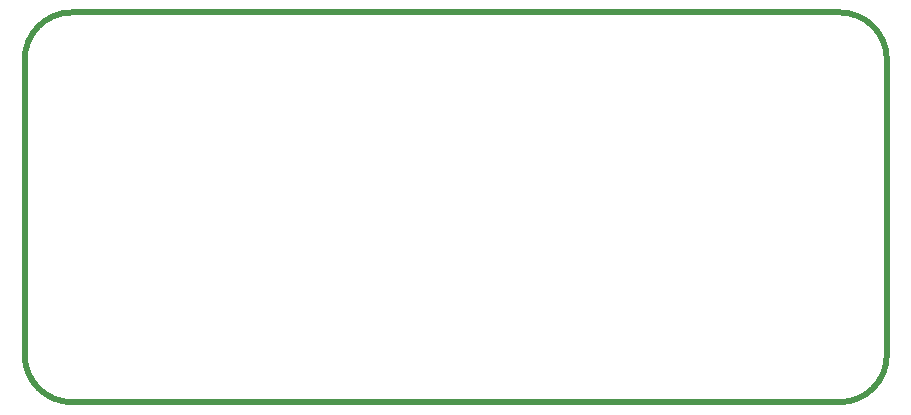
<source format=gbr>
G04 #@! TF.GenerationSoftware,KiCad,Pcbnew,(5.1.5)-3*
G04 #@! TF.CreationDate,2020-05-06T20:42:40-04:00*
G04 #@! TF.ProjectId,2ToneSineGenSSB,32546f6e-6553-4696-9e65-47656e535342,rev?*
G04 #@! TF.SameCoordinates,Original*
G04 #@! TF.FileFunction,Profile,NP*
%FSLAX46Y46*%
G04 Gerber Fmt 4.6, Leading zero omitted, Abs format (unit mm)*
G04 Created by KiCad (PCBNEW (5.1.5)-3) date 2020-05-06 20:42:40*
%MOMM*%
%LPD*%
G04 APERTURE LIST*
%ADD10C,0.500000*%
G04 APERTURE END LIST*
D10*
X190250000Y-102250000D02*
X125250000Y-102250000D01*
X194250000Y-98250000D02*
X194250000Y-73250000D01*
X125250000Y-69250000D02*
X190250000Y-69250000D01*
X121250000Y-98250000D02*
X121250000Y-73250000D01*
X194250000Y-98250000D02*
G75*
G02X190250000Y-102250000I-4000000J0D01*
G01*
X125250000Y-102250000D02*
G75*
G02X121250000Y-98250000I0J4000000D01*
G01*
X190250000Y-69250000D02*
G75*
G02X194250000Y-73250000I0J-4000000D01*
G01*
X121250000Y-73250000D02*
G75*
G02X125250000Y-69250000I4000000J0D01*
G01*
M02*

</source>
